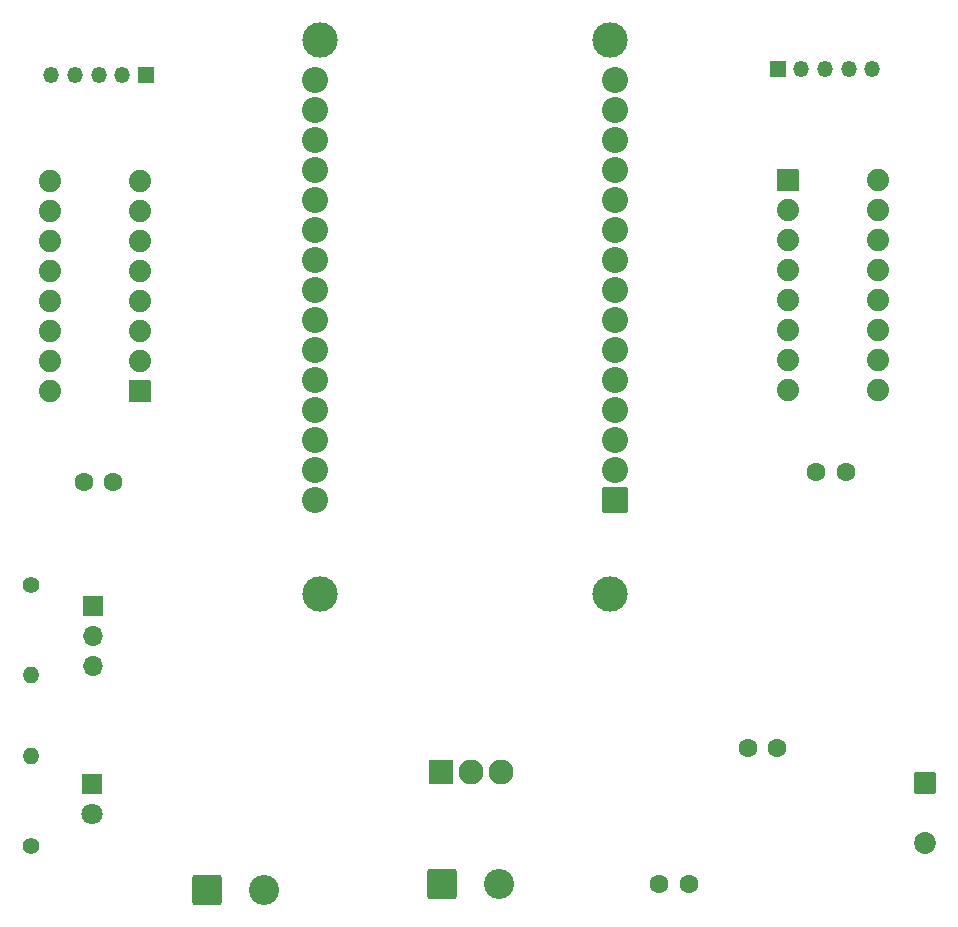
<source format=gbr>
%TF.GenerationSoftware,KiCad,Pcbnew,8.0.8*%
%TF.CreationDate,2025-02-24T10:44:51-05:00*%
%TF.ProjectId,filamento_3d,66696c61-6d65-46e7-946f-5f33642e6b69,rev?*%
%TF.SameCoordinates,Original*%
%TF.FileFunction,Soldermask,Bot*%
%TF.FilePolarity,Negative*%
%FSLAX46Y46*%
G04 Gerber Fmt 4.6, Leading zero omitted, Abs format (unit mm)*
G04 Created by KiCad (PCBNEW 8.0.8) date 2025-02-24 10:44:51*
%MOMM*%
%LPD*%
G01*
G04 APERTURE LIST*
G04 Aperture macros list*
%AMRoundRect*
0 Rectangle with rounded corners*
0 $1 Rounding radius*
0 $2 $3 $4 $5 $6 $7 $8 $9 X,Y pos of 4 corners*
0 Add a 4 corners polygon primitive as box body*
4,1,4,$2,$3,$4,$5,$6,$7,$8,$9,$2,$3,0*
0 Add four circle primitives for the rounded corners*
1,1,$1+$1,$2,$3*
1,1,$1+$1,$4,$5*
1,1,$1+$1,$6,$7*
1,1,$1+$1,$8,$9*
0 Add four rect primitives between the rounded corners*
20,1,$1+$1,$2,$3,$4,$5,0*
20,1,$1+$1,$4,$5,$6,$7,0*
20,1,$1+$1,$6,$7,$8,$9,0*
20,1,$1+$1,$8,$9,$2,$3,0*%
G04 Aperture macros list end*
%ADD10C,1.400000*%
%ADD11O,1.400000X1.400000*%
%ADD12C,3.000000*%
%ADD13RoundRect,0.102000X1.000000X1.000000X-1.000000X1.000000X-1.000000X-1.000000X1.000000X-1.000000X0*%
%ADD14C,2.204000*%
%ADD15RoundRect,0.102000X0.955000X-0.955000X0.955000X0.955000X-0.955000X0.955000X-0.955000X-0.955000X0*%
%ADD16C,2.114000*%
%ADD17RoundRect,0.249999X-1.025001X-1.025001X1.025001X-1.025001X1.025001X1.025001X-1.025001X1.025001X0*%
%ADD18C,2.550000*%
%ADD19R,1.350000X1.350000*%
%ADD20O,1.350000X1.350000*%
%ADD21C,1.600000*%
%ADD22RoundRect,0.102000X0.838200X0.838200X-0.838200X0.838200X-0.838200X-0.838200X0.838200X-0.838200X0*%
%ADD23C,1.880400*%
%ADD24RoundRect,0.102000X-0.838200X-0.838200X0.838200X-0.838200X0.838200X0.838200X-0.838200X0.838200X0*%
%ADD25R,1.800000X1.800000*%
%ADD26C,1.800000*%
%ADD27RoundRect,0.102000X-0.825000X0.825000X-0.825000X-0.825000X0.825000X-0.825000X0.825000X0.825000X0*%
%ADD28C,1.854000*%
%ADD29R,1.700000X1.700000*%
%ADD30O,1.700000X1.700000*%
G04 APERTURE END LIST*
D10*
%TO.C,R1*%
X108825406Y-116650000D03*
D11*
X108825406Y-124270000D03*
%TD*%
D12*
%TO.C,U1*%
X157825406Y-117460000D03*
X157825406Y-70510000D03*
X133315406Y-117460000D03*
X133315406Y-70510000D03*
D13*
X158245406Y-109500000D03*
D14*
X158245406Y-106960000D03*
X158245406Y-104420000D03*
X158245406Y-101880000D03*
X158245406Y-99340000D03*
X158245406Y-96800000D03*
X158245406Y-94260000D03*
X158245406Y-91720000D03*
X158245406Y-89180000D03*
X158245406Y-86640000D03*
X158245406Y-84100000D03*
X158245406Y-81560000D03*
X158245406Y-79020000D03*
X158245406Y-76480000D03*
X158245406Y-73940000D03*
X132845406Y-73940000D03*
X132845406Y-76480000D03*
X132845406Y-79020000D03*
X132845406Y-81560000D03*
X132845406Y-84100000D03*
X132845406Y-86640000D03*
X132845406Y-89180000D03*
X132845406Y-91720000D03*
X132845406Y-94260000D03*
X132845406Y-96800000D03*
X132845406Y-99340000D03*
X132845406Y-101880000D03*
X132845406Y-104420000D03*
X132845406Y-106960000D03*
X132845406Y-109500000D03*
%TD*%
D15*
%TO.C,U2*%
X143505406Y-132500000D03*
D16*
X146045406Y-132500000D03*
X148585406Y-132500000D03*
%TD*%
D17*
%TO.C,SW1*%
X123745406Y-142500000D03*
D18*
X128545406Y-142500000D03*
%TD*%
D19*
%TO.C,J6*%
X172045406Y-73000000D03*
D20*
X174045406Y-73000000D03*
X176045406Y-73000000D03*
X178045406Y-73000000D03*
X180045406Y-73000000D03*
%TD*%
D21*
%TO.C,C3*%
X162000000Y-142000000D03*
X164500000Y-142000000D03*
%TD*%
D22*
%TO.C,D2*%
X118045406Y-100280000D03*
D23*
X118045406Y-97740000D03*
X118045406Y-95200000D03*
X118045406Y-92660000D03*
X118045406Y-90120000D03*
X118045406Y-87580000D03*
X118045406Y-85040000D03*
X118045406Y-82500000D03*
X110425406Y-82500000D03*
X110425406Y-85040000D03*
X110425406Y-87580000D03*
X110425406Y-90120000D03*
X110425406Y-92660000D03*
X110425406Y-95200000D03*
X110425406Y-97740000D03*
X110425406Y-100280000D03*
%TD*%
D10*
%TO.C,R2*%
X108825406Y-138770000D03*
D11*
X108825406Y-131150000D03*
%TD*%
D24*
%TO.C,D1*%
X172925406Y-82380000D03*
D23*
X172925406Y-84920000D03*
X172925406Y-87460000D03*
X172925406Y-90000000D03*
X172925406Y-92540000D03*
X172925406Y-95080000D03*
X172925406Y-97620000D03*
X172925406Y-100160000D03*
X180545406Y-100160000D03*
X180545406Y-97620000D03*
X180545406Y-95080000D03*
X180545406Y-92540000D03*
X180545406Y-90000000D03*
X180545406Y-87460000D03*
X180545406Y-84920000D03*
X180545406Y-82380000D03*
%TD*%
D21*
%TO.C,C2*%
X113295406Y-108000000D03*
X115795406Y-108000000D03*
%TD*%
%TO.C,C1*%
X175295406Y-107120000D03*
X177795406Y-107120000D03*
%TD*%
D25*
%TO.C,D3*%
X114000000Y-133500000D03*
D26*
X114000000Y-136040000D03*
%TD*%
D17*
%TO.C,J2*%
X143645406Y-142000000D03*
D18*
X148445406Y-142000000D03*
%TD*%
D27*
%TO.C,P1*%
X184500000Y-133420000D03*
D28*
X184500000Y-138500000D03*
%TD*%
D29*
%TO.C,J4*%
X114045406Y-118460000D03*
D30*
X114045406Y-121000000D03*
X114045406Y-123540000D03*
%TD*%
D19*
%TO.C,J5*%
X118545406Y-73500000D03*
D20*
X116545406Y-73500000D03*
X114545406Y-73500000D03*
X112545406Y-73500000D03*
X110545406Y-73500000D03*
%TD*%
D21*
%TO.C,C4*%
X169500000Y-130500000D03*
X172000000Y-130500000D03*
%TD*%
M02*

</source>
